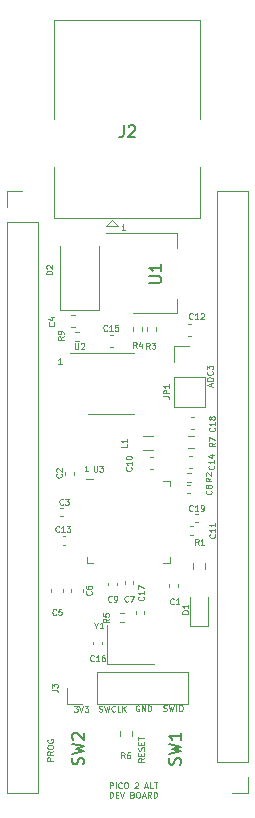
<source format=gbr>
%TF.GenerationSoftware,KiCad,Pcbnew,(6.0.11)*%
%TF.CreationDate,2024-08-10T21:43:47-05:00*%
%TF.ProjectId,PicoAlt,5069636f-416c-4742-9e6b-696361645f70,rev?*%
%TF.SameCoordinates,Original*%
%TF.FileFunction,Legend,Top*%
%TF.FilePolarity,Positive*%
%FSLAX46Y46*%
G04 Gerber Fmt 4.6, Leading zero omitted, Abs format (unit mm)*
G04 Created by KiCad (PCBNEW (6.0.11)) date 2024-08-10 21:43:47*
%MOMM*%
%LPD*%
G01*
G04 APERTURE LIST*
%ADD10C,0.125000*%
%ADD11C,0.150000*%
%ADD12C,0.100000*%
%ADD13C,0.120000*%
G04 APERTURE END LIST*
D10*
X149559047Y-120970000D02*
X149511428Y-120946190D01*
X149440000Y-120946190D01*
X149368571Y-120970000D01*
X149320952Y-121017619D01*
X149297142Y-121065238D01*
X149273333Y-121160476D01*
X149273333Y-121231904D01*
X149297142Y-121327142D01*
X149320952Y-121374761D01*
X149368571Y-121422380D01*
X149440000Y-121446190D01*
X149487619Y-121446190D01*
X149559047Y-121422380D01*
X149582857Y-121398571D01*
X149582857Y-121231904D01*
X149487619Y-121231904D01*
X149797142Y-121446190D02*
X149797142Y-120946190D01*
X150082857Y-121446190D01*
X150082857Y-120946190D01*
X150320952Y-121446190D02*
X150320952Y-120946190D01*
X150440000Y-120946190D01*
X150511428Y-120970000D01*
X150559047Y-121017619D01*
X150582857Y-121065238D01*
X150606666Y-121160476D01*
X150606666Y-121231904D01*
X150582857Y-121327142D01*
X150559047Y-121374761D01*
X150511428Y-121422380D01*
X150440000Y-121446190D01*
X150320952Y-121446190D01*
X151630476Y-121392380D02*
X151701904Y-121416190D01*
X151820952Y-121416190D01*
X151868571Y-121392380D01*
X151892380Y-121368571D01*
X151916190Y-121320952D01*
X151916190Y-121273333D01*
X151892380Y-121225714D01*
X151868571Y-121201904D01*
X151820952Y-121178095D01*
X151725714Y-121154285D01*
X151678095Y-121130476D01*
X151654285Y-121106666D01*
X151630476Y-121059047D01*
X151630476Y-121011428D01*
X151654285Y-120963809D01*
X151678095Y-120940000D01*
X151725714Y-120916190D01*
X151844761Y-120916190D01*
X151916190Y-120940000D01*
X152082857Y-120916190D02*
X152201904Y-121416190D01*
X152297142Y-121059047D01*
X152392380Y-121416190D01*
X152511428Y-120916190D01*
X152701904Y-121416190D02*
X152701904Y-120916190D01*
X153035238Y-120916190D02*
X153130476Y-120916190D01*
X153178095Y-120940000D01*
X153225714Y-120987619D01*
X153249523Y-121082857D01*
X153249523Y-121249523D01*
X153225714Y-121344761D01*
X153178095Y-121392380D01*
X153130476Y-121416190D01*
X153035238Y-121416190D01*
X152987619Y-121392380D01*
X152940000Y-121344761D01*
X152916190Y-121249523D01*
X152916190Y-121082857D01*
X152940000Y-120987619D01*
X152987619Y-120940000D01*
X153035238Y-120916190D01*
X143022857Y-92026190D02*
X142737142Y-92026190D01*
X142880000Y-92026190D02*
X142880000Y-91526190D01*
X142832380Y-91597619D01*
X142784761Y-91645238D01*
X142737142Y-91669047D01*
X145242857Y-101136190D02*
X144957142Y-101136190D01*
X145100000Y-101136190D02*
X145100000Y-100636190D01*
X145052380Y-100707619D01*
X145004761Y-100755238D01*
X144957142Y-100779047D01*
X144050952Y-120996190D02*
X144360476Y-120996190D01*
X144193809Y-121186666D01*
X144265238Y-121186666D01*
X144312857Y-121210476D01*
X144336666Y-121234285D01*
X144360476Y-121281904D01*
X144360476Y-121400952D01*
X144336666Y-121448571D01*
X144312857Y-121472380D01*
X144265238Y-121496190D01*
X144122380Y-121496190D01*
X144074761Y-121472380D01*
X144050952Y-121448571D01*
X144503333Y-120996190D02*
X144670000Y-121496190D01*
X144836666Y-120996190D01*
X144955714Y-120996190D02*
X145265238Y-120996190D01*
X145098571Y-121186666D01*
X145170000Y-121186666D01*
X145217619Y-121210476D01*
X145241428Y-121234285D01*
X145265238Y-121281904D01*
X145265238Y-121400952D01*
X145241428Y-121448571D01*
X145217619Y-121472380D01*
X145170000Y-121496190D01*
X145027142Y-121496190D01*
X144979523Y-121472380D01*
X144955714Y-121448571D01*
X150006190Y-125416190D02*
X149768095Y-125582857D01*
X150006190Y-125701904D02*
X149506190Y-125701904D01*
X149506190Y-125511428D01*
X149530000Y-125463809D01*
X149553809Y-125440000D01*
X149601428Y-125416190D01*
X149672857Y-125416190D01*
X149720476Y-125440000D01*
X149744285Y-125463809D01*
X149768095Y-125511428D01*
X149768095Y-125701904D01*
X149744285Y-125201904D02*
X149744285Y-125035238D01*
X150006190Y-124963809D02*
X150006190Y-125201904D01*
X149506190Y-125201904D01*
X149506190Y-124963809D01*
X149982380Y-124773333D02*
X150006190Y-124701904D01*
X150006190Y-124582857D01*
X149982380Y-124535238D01*
X149958571Y-124511428D01*
X149910952Y-124487619D01*
X149863333Y-124487619D01*
X149815714Y-124511428D01*
X149791904Y-124535238D01*
X149768095Y-124582857D01*
X149744285Y-124678095D01*
X149720476Y-124725714D01*
X149696666Y-124749523D01*
X149649047Y-124773333D01*
X149601428Y-124773333D01*
X149553809Y-124749523D01*
X149530000Y-124725714D01*
X149506190Y-124678095D01*
X149506190Y-124559047D01*
X149530000Y-124487619D01*
X149744285Y-124273333D02*
X149744285Y-124106666D01*
X150006190Y-124035238D02*
X150006190Y-124273333D01*
X149506190Y-124273333D01*
X149506190Y-124035238D01*
X149506190Y-123892380D02*
X149506190Y-123606666D01*
X150006190Y-123749523D02*
X149506190Y-123749523D01*
X142306190Y-125622857D02*
X141806190Y-125622857D01*
X141806190Y-125432380D01*
X141830000Y-125384761D01*
X141853809Y-125360952D01*
X141901428Y-125337142D01*
X141972857Y-125337142D01*
X142020476Y-125360952D01*
X142044285Y-125384761D01*
X142068095Y-125432380D01*
X142068095Y-125622857D01*
X142306190Y-124837142D02*
X142068095Y-125003809D01*
X142306190Y-125122857D02*
X141806190Y-125122857D01*
X141806190Y-124932380D01*
X141830000Y-124884761D01*
X141853809Y-124860952D01*
X141901428Y-124837142D01*
X141972857Y-124837142D01*
X142020476Y-124860952D01*
X142044285Y-124884761D01*
X142068095Y-124932380D01*
X142068095Y-125122857D01*
X141806190Y-124527619D02*
X141806190Y-124432380D01*
X141830000Y-124384761D01*
X141877619Y-124337142D01*
X141972857Y-124313333D01*
X142139523Y-124313333D01*
X142234761Y-124337142D01*
X142282380Y-124384761D01*
X142306190Y-124432380D01*
X142306190Y-124527619D01*
X142282380Y-124575238D01*
X142234761Y-124622857D01*
X142139523Y-124646666D01*
X141972857Y-124646666D01*
X141877619Y-124622857D01*
X141830000Y-124575238D01*
X141806190Y-124527619D01*
X141830000Y-123837142D02*
X141806190Y-123884761D01*
X141806190Y-123956190D01*
X141830000Y-124027619D01*
X141877619Y-124075238D01*
X141925238Y-124099047D01*
X142020476Y-124122857D01*
X142091904Y-124122857D01*
X142187142Y-124099047D01*
X142234761Y-124075238D01*
X142282380Y-124027619D01*
X142306190Y-123956190D01*
X142306190Y-123908571D01*
X142282380Y-123837142D01*
X142258571Y-123813333D01*
X142091904Y-123813333D01*
X142091904Y-123908571D01*
X146179047Y-121452380D02*
X146250476Y-121476190D01*
X146369523Y-121476190D01*
X146417142Y-121452380D01*
X146440952Y-121428571D01*
X146464761Y-121380952D01*
X146464761Y-121333333D01*
X146440952Y-121285714D01*
X146417142Y-121261904D01*
X146369523Y-121238095D01*
X146274285Y-121214285D01*
X146226666Y-121190476D01*
X146202857Y-121166666D01*
X146179047Y-121119047D01*
X146179047Y-121071428D01*
X146202857Y-121023809D01*
X146226666Y-121000000D01*
X146274285Y-120976190D01*
X146393333Y-120976190D01*
X146464761Y-121000000D01*
X146631428Y-120976190D02*
X146750476Y-121476190D01*
X146845714Y-121119047D01*
X146940952Y-121476190D01*
X147060000Y-120976190D01*
X147536190Y-121428571D02*
X147512380Y-121452380D01*
X147440952Y-121476190D01*
X147393333Y-121476190D01*
X147321904Y-121452380D01*
X147274285Y-121404761D01*
X147250476Y-121357142D01*
X147226666Y-121261904D01*
X147226666Y-121190476D01*
X147250476Y-121095238D01*
X147274285Y-121047619D01*
X147321904Y-121000000D01*
X147393333Y-120976190D01*
X147440952Y-120976190D01*
X147512380Y-121000000D01*
X147536190Y-121023809D01*
X147988571Y-121476190D02*
X147750476Y-121476190D01*
X147750476Y-120976190D01*
X148155238Y-121476190D02*
X148155238Y-120976190D01*
X148440952Y-121476190D02*
X148226666Y-121190476D01*
X148440952Y-120976190D02*
X148155238Y-121261904D01*
X148382857Y-80706190D02*
X148097142Y-80706190D01*
X148240000Y-80706190D02*
X148240000Y-80206190D01*
X148192380Y-80277619D01*
X148144761Y-80325238D01*
X148097142Y-80349047D01*
X147081904Y-127963690D02*
X147081904Y-127463690D01*
X147272380Y-127463690D01*
X147320000Y-127487500D01*
X147343809Y-127511309D01*
X147367619Y-127558928D01*
X147367619Y-127630357D01*
X147343809Y-127677976D01*
X147320000Y-127701785D01*
X147272380Y-127725595D01*
X147081904Y-127725595D01*
X147581904Y-127963690D02*
X147581904Y-127463690D01*
X148105714Y-127916071D02*
X148081904Y-127939880D01*
X148010476Y-127963690D01*
X147962857Y-127963690D01*
X147891428Y-127939880D01*
X147843809Y-127892261D01*
X147820000Y-127844642D01*
X147796190Y-127749404D01*
X147796190Y-127677976D01*
X147820000Y-127582738D01*
X147843809Y-127535119D01*
X147891428Y-127487500D01*
X147962857Y-127463690D01*
X148010476Y-127463690D01*
X148081904Y-127487500D01*
X148105714Y-127511309D01*
X148415238Y-127463690D02*
X148510476Y-127463690D01*
X148558095Y-127487500D01*
X148605714Y-127535119D01*
X148629523Y-127630357D01*
X148629523Y-127797023D01*
X148605714Y-127892261D01*
X148558095Y-127939880D01*
X148510476Y-127963690D01*
X148415238Y-127963690D01*
X148367619Y-127939880D01*
X148320000Y-127892261D01*
X148296190Y-127797023D01*
X148296190Y-127630357D01*
X148320000Y-127535119D01*
X148367619Y-127487500D01*
X148415238Y-127463690D01*
X149200952Y-127511309D02*
X149224761Y-127487500D01*
X149272380Y-127463690D01*
X149391428Y-127463690D01*
X149439047Y-127487500D01*
X149462857Y-127511309D01*
X149486666Y-127558928D01*
X149486666Y-127606547D01*
X149462857Y-127677976D01*
X149177142Y-127963690D01*
X149486666Y-127963690D01*
X150058095Y-127820833D02*
X150296190Y-127820833D01*
X150010476Y-127963690D02*
X150177142Y-127463690D01*
X150343809Y-127963690D01*
X150748571Y-127963690D02*
X150510476Y-127963690D01*
X150510476Y-127463690D01*
X150843809Y-127463690D02*
X151129523Y-127463690D01*
X150986666Y-127963690D02*
X150986666Y-127463690D01*
X147081904Y-128768690D02*
X147081904Y-128268690D01*
X147200952Y-128268690D01*
X147272380Y-128292500D01*
X147320000Y-128340119D01*
X147343809Y-128387738D01*
X147367619Y-128482976D01*
X147367619Y-128554404D01*
X147343809Y-128649642D01*
X147320000Y-128697261D01*
X147272380Y-128744880D01*
X147200952Y-128768690D01*
X147081904Y-128768690D01*
X147581904Y-128506785D02*
X147748571Y-128506785D01*
X147820000Y-128768690D02*
X147581904Y-128768690D01*
X147581904Y-128268690D01*
X147820000Y-128268690D01*
X147962857Y-128268690D02*
X148129523Y-128768690D01*
X148296190Y-128268690D01*
X149010476Y-128506785D02*
X149081904Y-128530595D01*
X149105714Y-128554404D01*
X149129523Y-128602023D01*
X149129523Y-128673452D01*
X149105714Y-128721071D01*
X149081904Y-128744880D01*
X149034285Y-128768690D01*
X148843809Y-128768690D01*
X148843809Y-128268690D01*
X149010476Y-128268690D01*
X149058095Y-128292500D01*
X149081904Y-128316309D01*
X149105714Y-128363928D01*
X149105714Y-128411547D01*
X149081904Y-128459166D01*
X149058095Y-128482976D01*
X149010476Y-128506785D01*
X148843809Y-128506785D01*
X149439047Y-128268690D02*
X149534285Y-128268690D01*
X149581904Y-128292500D01*
X149629523Y-128340119D01*
X149653333Y-128435357D01*
X149653333Y-128602023D01*
X149629523Y-128697261D01*
X149581904Y-128744880D01*
X149534285Y-128768690D01*
X149439047Y-128768690D01*
X149391428Y-128744880D01*
X149343809Y-128697261D01*
X149320000Y-128602023D01*
X149320000Y-128435357D01*
X149343809Y-128340119D01*
X149391428Y-128292500D01*
X149439047Y-128268690D01*
X149843809Y-128625833D02*
X150081904Y-128625833D01*
X149796190Y-128768690D02*
X149962857Y-128268690D01*
X150129523Y-128768690D01*
X150581904Y-128768690D02*
X150415238Y-128530595D01*
X150296190Y-128768690D02*
X150296190Y-128268690D01*
X150486666Y-128268690D01*
X150534285Y-128292500D01*
X150558095Y-128316309D01*
X150581904Y-128363928D01*
X150581904Y-128435357D01*
X150558095Y-128482976D01*
X150534285Y-128506785D01*
X150486666Y-128530595D01*
X150296190Y-128530595D01*
X150796190Y-128768690D02*
X150796190Y-128268690D01*
X150915238Y-128268690D01*
X150986666Y-128292500D01*
X151034285Y-128340119D01*
X151058095Y-128387738D01*
X151081904Y-128482976D01*
X151081904Y-128554404D01*
X151058095Y-128649642D01*
X151034285Y-128697261D01*
X150986666Y-128744880D01*
X150915238Y-128768690D01*
X150796190Y-128768690D01*
X155673333Y-93907142D02*
X155673333Y-93669047D01*
X155816190Y-93954761D02*
X155316190Y-93788095D01*
X155816190Y-93621428D01*
X155816190Y-93454761D02*
X155316190Y-93454761D01*
X155316190Y-93335714D01*
X155340000Y-93264285D01*
X155387619Y-93216666D01*
X155435238Y-93192857D01*
X155530476Y-93169047D01*
X155601904Y-93169047D01*
X155697142Y-93192857D01*
X155744761Y-93216666D01*
X155792380Y-93264285D01*
X155816190Y-93335714D01*
X155816190Y-93454761D01*
X155768571Y-92669047D02*
X155792380Y-92692857D01*
X155816190Y-92764285D01*
X155816190Y-92811904D01*
X155792380Y-92883333D01*
X155744761Y-92930952D01*
X155697142Y-92954761D01*
X155601904Y-92978571D01*
X155530476Y-92978571D01*
X155435238Y-92954761D01*
X155387619Y-92930952D01*
X155340000Y-92883333D01*
X155316190Y-92811904D01*
X155316190Y-92764285D01*
X155340000Y-92692857D01*
X155363809Y-92669047D01*
X155316190Y-92502380D02*
X155316190Y-92192857D01*
X155506666Y-92359523D01*
X155506666Y-92288095D01*
X155530476Y-92240476D01*
X155554285Y-92216666D01*
X155601904Y-92192857D01*
X155720952Y-92192857D01*
X155768571Y-92216666D01*
X155792380Y-92240476D01*
X155816190Y-92288095D01*
X155816190Y-92430952D01*
X155792380Y-92478571D01*
X155768571Y-92502380D01*
%TO.C,Y1*%
X145941904Y-114198095D02*
X145941904Y-114436190D01*
X145775238Y-113936190D02*
X145941904Y-114198095D01*
X146108571Y-113936190D01*
X146537142Y-114436190D02*
X146251428Y-114436190D01*
X146394285Y-114436190D02*
X146394285Y-113936190D01*
X146346666Y-114007619D01*
X146299047Y-114055238D01*
X146251428Y-114079047D01*
%TO.C,C13*%
X142798571Y-106218571D02*
X142774761Y-106242380D01*
X142703333Y-106266190D01*
X142655714Y-106266190D01*
X142584285Y-106242380D01*
X142536666Y-106194761D01*
X142512857Y-106147142D01*
X142489047Y-106051904D01*
X142489047Y-105980476D01*
X142512857Y-105885238D01*
X142536666Y-105837619D01*
X142584285Y-105790000D01*
X142655714Y-105766190D01*
X142703333Y-105766190D01*
X142774761Y-105790000D01*
X142798571Y-105813809D01*
X143274761Y-106266190D02*
X142989047Y-106266190D01*
X143131904Y-106266190D02*
X143131904Y-105766190D01*
X143084285Y-105837619D01*
X143036666Y-105885238D01*
X142989047Y-105909047D01*
X143441428Y-105766190D02*
X143750952Y-105766190D01*
X143584285Y-105956666D01*
X143655714Y-105956666D01*
X143703333Y-105980476D01*
X143727142Y-106004285D01*
X143750952Y-106051904D01*
X143750952Y-106170952D01*
X143727142Y-106218571D01*
X143703333Y-106242380D01*
X143655714Y-106266190D01*
X143512857Y-106266190D01*
X143465238Y-106242380D01*
X143441428Y-106218571D01*
D11*
%TO.C,J2*%
X148256666Y-71842380D02*
X148256666Y-72556666D01*
X148209047Y-72699523D01*
X148113809Y-72794761D01*
X147970952Y-72842380D01*
X147875714Y-72842380D01*
X148685238Y-71937619D02*
X148732857Y-71890000D01*
X148828095Y-71842380D01*
X149066190Y-71842380D01*
X149161428Y-71890000D01*
X149209047Y-71937619D01*
X149256666Y-72032857D01*
X149256666Y-72128095D01*
X149209047Y-72270952D01*
X148637619Y-72842380D01*
X149256666Y-72842380D01*
D12*
%TO.C,R9*%
X143176190Y-89713333D02*
X142938095Y-89880000D01*
X143176190Y-89999047D02*
X142676190Y-89999047D01*
X142676190Y-89808571D01*
X142700000Y-89760952D01*
X142723809Y-89737142D01*
X142771428Y-89713333D01*
X142842857Y-89713333D01*
X142890476Y-89737142D01*
X142914285Y-89760952D01*
X142938095Y-89808571D01*
X142938095Y-89999047D01*
X143176190Y-89475238D02*
X143176190Y-89380000D01*
X143152380Y-89332380D01*
X143128571Y-89308571D01*
X143057142Y-89260952D01*
X142961904Y-89237142D01*
X142771428Y-89237142D01*
X142723809Y-89260952D01*
X142700000Y-89284761D01*
X142676190Y-89332380D01*
X142676190Y-89427619D01*
X142700000Y-89475238D01*
X142723809Y-89499047D01*
X142771428Y-89522857D01*
X142890476Y-89522857D01*
X142938095Y-89499047D01*
X142961904Y-89475238D01*
X142985714Y-89427619D01*
X142985714Y-89332380D01*
X142961904Y-89284761D01*
X142938095Y-89260952D01*
X142890476Y-89237142D01*
D10*
%TO.C,C12*%
X154108571Y-88178571D02*
X154084761Y-88202380D01*
X154013333Y-88226190D01*
X153965714Y-88226190D01*
X153894285Y-88202380D01*
X153846666Y-88154761D01*
X153822857Y-88107142D01*
X153799047Y-88011904D01*
X153799047Y-87940476D01*
X153822857Y-87845238D01*
X153846666Y-87797619D01*
X153894285Y-87750000D01*
X153965714Y-87726190D01*
X154013333Y-87726190D01*
X154084761Y-87750000D01*
X154108571Y-87773809D01*
X154584761Y-88226190D02*
X154299047Y-88226190D01*
X154441904Y-88226190D02*
X154441904Y-87726190D01*
X154394285Y-87797619D01*
X154346666Y-87845238D01*
X154299047Y-87869047D01*
X154775238Y-87773809D02*
X154799047Y-87750000D01*
X154846666Y-87726190D01*
X154965714Y-87726190D01*
X155013333Y-87750000D01*
X155037142Y-87773809D01*
X155060952Y-87821428D01*
X155060952Y-87869047D01*
X155037142Y-87940476D01*
X154751428Y-88226190D01*
X155060952Y-88226190D01*
%TO.C,R1*%
X154606666Y-107346190D02*
X154440000Y-107108095D01*
X154320952Y-107346190D02*
X154320952Y-106846190D01*
X154511428Y-106846190D01*
X154559047Y-106870000D01*
X154582857Y-106893809D01*
X154606666Y-106941428D01*
X154606666Y-107012857D01*
X154582857Y-107060476D01*
X154559047Y-107084285D01*
X154511428Y-107108095D01*
X154320952Y-107108095D01*
X155082857Y-107346190D02*
X154797142Y-107346190D01*
X154940000Y-107346190D02*
X154940000Y-106846190D01*
X154892380Y-106917619D01*
X154844761Y-106965238D01*
X154797142Y-106989047D01*
D12*
%TO.C,R3*%
X150476666Y-90736190D02*
X150310000Y-90498095D01*
X150190952Y-90736190D02*
X150190952Y-90236190D01*
X150381428Y-90236190D01*
X150429047Y-90260000D01*
X150452857Y-90283809D01*
X150476666Y-90331428D01*
X150476666Y-90402857D01*
X150452857Y-90450476D01*
X150429047Y-90474285D01*
X150381428Y-90498095D01*
X150190952Y-90498095D01*
X150643333Y-90236190D02*
X150952857Y-90236190D01*
X150786190Y-90426666D01*
X150857619Y-90426666D01*
X150905238Y-90450476D01*
X150929047Y-90474285D01*
X150952857Y-90521904D01*
X150952857Y-90640952D01*
X150929047Y-90688571D01*
X150905238Y-90712380D01*
X150857619Y-90736190D01*
X150714761Y-90736190D01*
X150667142Y-90712380D01*
X150643333Y-90688571D01*
D10*
%TO.C,C1*%
X152496666Y-112348571D02*
X152472857Y-112372380D01*
X152401428Y-112396190D01*
X152353809Y-112396190D01*
X152282380Y-112372380D01*
X152234761Y-112324761D01*
X152210952Y-112277142D01*
X152187142Y-112181904D01*
X152187142Y-112110476D01*
X152210952Y-112015238D01*
X152234761Y-111967619D01*
X152282380Y-111920000D01*
X152353809Y-111896190D01*
X152401428Y-111896190D01*
X152472857Y-111920000D01*
X152496666Y-111943809D01*
X152972857Y-112396190D02*
X152687142Y-112396190D01*
X152830000Y-112396190D02*
X152830000Y-111896190D01*
X152782380Y-111967619D01*
X152734761Y-112015238D01*
X152687142Y-112039047D01*
%TO.C,C10*%
X148900571Y-100791428D02*
X148924380Y-100815238D01*
X148948190Y-100886666D01*
X148948190Y-100934285D01*
X148924380Y-101005714D01*
X148876761Y-101053333D01*
X148829142Y-101077142D01*
X148733904Y-101100952D01*
X148662476Y-101100952D01*
X148567238Y-101077142D01*
X148519619Y-101053333D01*
X148472000Y-101005714D01*
X148448190Y-100934285D01*
X148448190Y-100886666D01*
X148472000Y-100815238D01*
X148495809Y-100791428D01*
X148948190Y-100315238D02*
X148948190Y-100600952D01*
X148948190Y-100458095D02*
X148448190Y-100458095D01*
X148519619Y-100505714D01*
X148567238Y-100553333D01*
X148591047Y-100600952D01*
X148448190Y-100005714D02*
X148448190Y-99958095D01*
X148472000Y-99910476D01*
X148495809Y-99886666D01*
X148543428Y-99862857D01*
X148638666Y-99839047D01*
X148757714Y-99839047D01*
X148852952Y-99862857D01*
X148900571Y-99886666D01*
X148924380Y-99910476D01*
X148948190Y-99958095D01*
X148948190Y-100005714D01*
X148924380Y-100053333D01*
X148900571Y-100077142D01*
X148852952Y-100100952D01*
X148757714Y-100124761D01*
X148638666Y-100124761D01*
X148543428Y-100100952D01*
X148495809Y-100077142D01*
X148472000Y-100053333D01*
X148448190Y-100005714D01*
D12*
%TO.C,U3*%
X145739047Y-100666190D02*
X145739047Y-101070952D01*
X145762857Y-101118571D01*
X145786666Y-101142380D01*
X145834285Y-101166190D01*
X145929523Y-101166190D01*
X145977142Y-101142380D01*
X146000952Y-101118571D01*
X146024761Y-101070952D01*
X146024761Y-100666190D01*
X146215238Y-100666190D02*
X146524761Y-100666190D01*
X146358095Y-100856666D01*
X146429523Y-100856666D01*
X146477142Y-100880476D01*
X146500952Y-100904285D01*
X146524761Y-100951904D01*
X146524761Y-101070952D01*
X146500952Y-101118571D01*
X146477142Y-101142380D01*
X146429523Y-101166190D01*
X146286666Y-101166190D01*
X146239047Y-101142380D01*
X146215238Y-101118571D01*
%TO.C,R6*%
X148336666Y-125426190D02*
X148170000Y-125188095D01*
X148050952Y-125426190D02*
X148050952Y-124926190D01*
X148241428Y-124926190D01*
X148289047Y-124950000D01*
X148312857Y-124973809D01*
X148336666Y-125021428D01*
X148336666Y-125092857D01*
X148312857Y-125140476D01*
X148289047Y-125164285D01*
X148241428Y-125188095D01*
X148050952Y-125188095D01*
X148765238Y-124926190D02*
X148670000Y-124926190D01*
X148622380Y-124950000D01*
X148598571Y-124973809D01*
X148550952Y-125045238D01*
X148527142Y-125140476D01*
X148527142Y-125330952D01*
X148550952Y-125378571D01*
X148574761Y-125402380D01*
X148622380Y-125426190D01*
X148717619Y-125426190D01*
X148765238Y-125402380D01*
X148789047Y-125378571D01*
X148812857Y-125330952D01*
X148812857Y-125211904D01*
X148789047Y-125164285D01*
X148765238Y-125140476D01*
X148717619Y-125116666D01*
X148622380Y-125116666D01*
X148574761Y-125140476D01*
X148550952Y-125164285D01*
X148527142Y-125211904D01*
D11*
%TO.C,U1*%
X150432380Y-85171904D02*
X151241904Y-85171904D01*
X151337142Y-85124285D01*
X151384761Y-85076666D01*
X151432380Y-84981428D01*
X151432380Y-84790952D01*
X151384761Y-84695714D01*
X151337142Y-84648095D01*
X151241904Y-84600476D01*
X150432380Y-84600476D01*
X151432380Y-83600476D02*
X151432380Y-84171904D01*
X151432380Y-83886190D02*
X150432380Y-83886190D01*
X150575238Y-83981428D01*
X150670476Y-84076666D01*
X150718095Y-84171904D01*
D10*
%TO.C,J3*%
X142166190Y-119626666D02*
X142523333Y-119626666D01*
X142594761Y-119650476D01*
X142642380Y-119698095D01*
X142666190Y-119769523D01*
X142666190Y-119817142D01*
X142166190Y-119436190D02*
X142166190Y-119126666D01*
X142356666Y-119293333D01*
X142356666Y-119221904D01*
X142380476Y-119174285D01*
X142404285Y-119150476D01*
X142451904Y-119126666D01*
X142570952Y-119126666D01*
X142618571Y-119150476D01*
X142642380Y-119174285D01*
X142666190Y-119221904D01*
X142666190Y-119364761D01*
X142642380Y-119412380D01*
X142618571Y-119436190D01*
%TO.C,C4*%
X142358571Y-88523333D02*
X142382380Y-88547142D01*
X142406190Y-88618571D01*
X142406190Y-88666190D01*
X142382380Y-88737619D01*
X142334761Y-88785238D01*
X142287142Y-88809047D01*
X142191904Y-88832857D01*
X142120476Y-88832857D01*
X142025238Y-88809047D01*
X141977619Y-88785238D01*
X141930000Y-88737619D01*
X141906190Y-88666190D01*
X141906190Y-88618571D01*
X141930000Y-88547142D01*
X141953809Y-88523333D01*
X142072857Y-88094761D02*
X142406190Y-88094761D01*
X141882380Y-88213809D02*
X142239523Y-88332857D01*
X142239523Y-88023333D01*
D12*
%TO.C,C19*%
X154108571Y-104438571D02*
X154084761Y-104462380D01*
X154013333Y-104486190D01*
X153965714Y-104486190D01*
X153894285Y-104462380D01*
X153846666Y-104414761D01*
X153822857Y-104367142D01*
X153799047Y-104271904D01*
X153799047Y-104200476D01*
X153822857Y-104105238D01*
X153846666Y-104057619D01*
X153894285Y-104010000D01*
X153965714Y-103986190D01*
X154013333Y-103986190D01*
X154084761Y-104010000D01*
X154108571Y-104033809D01*
X154584761Y-104486190D02*
X154299047Y-104486190D01*
X154441904Y-104486190D02*
X154441904Y-103986190D01*
X154394285Y-104057619D01*
X154346666Y-104105238D01*
X154299047Y-104129047D01*
X154822857Y-104486190D02*
X154918095Y-104486190D01*
X154965714Y-104462380D01*
X154989523Y-104438571D01*
X155037142Y-104367142D01*
X155060952Y-104271904D01*
X155060952Y-104081428D01*
X155037142Y-104033809D01*
X155013333Y-104010000D01*
X154965714Y-103986190D01*
X154870476Y-103986190D01*
X154822857Y-104010000D01*
X154799047Y-104033809D01*
X154775238Y-104081428D01*
X154775238Y-104200476D01*
X154799047Y-104248095D01*
X154822857Y-104271904D01*
X154870476Y-104295714D01*
X154965714Y-104295714D01*
X155013333Y-104271904D01*
X155037142Y-104248095D01*
X155060952Y-104200476D01*
%TO.C,L1*%
X148534190Y-98813333D02*
X148534190Y-99051428D01*
X148034190Y-99051428D01*
X148534190Y-98384761D02*
X148534190Y-98670476D01*
X148534190Y-98527619D02*
X148034190Y-98527619D01*
X148105619Y-98575238D01*
X148153238Y-98622857D01*
X148177047Y-98670476D01*
D10*
%TO.C,D2*%
X142226190Y-84439047D02*
X141726190Y-84439047D01*
X141726190Y-84320000D01*
X141750000Y-84248571D01*
X141797619Y-84200952D01*
X141845238Y-84177142D01*
X141940476Y-84153333D01*
X142011904Y-84153333D01*
X142107142Y-84177142D01*
X142154761Y-84200952D01*
X142202380Y-84248571D01*
X142226190Y-84320000D01*
X142226190Y-84439047D01*
X141773809Y-83962857D02*
X141750000Y-83939047D01*
X141726190Y-83891428D01*
X141726190Y-83772380D01*
X141750000Y-83724761D01*
X141773809Y-83700952D01*
X141821428Y-83677142D01*
X141869047Y-83677142D01*
X141940476Y-83700952D01*
X142226190Y-83986666D01*
X142226190Y-83677142D01*
%TO.C,R7*%
X155986190Y-98723333D02*
X155748095Y-98890000D01*
X155986190Y-99009047D02*
X155486190Y-99009047D01*
X155486190Y-98818571D01*
X155510000Y-98770952D01*
X155533809Y-98747142D01*
X155581428Y-98723333D01*
X155652857Y-98723333D01*
X155700476Y-98747142D01*
X155724285Y-98770952D01*
X155748095Y-98818571D01*
X155748095Y-99009047D01*
X155486190Y-98556666D02*
X155486190Y-98223333D01*
X155986190Y-98437619D01*
D12*
%TO.C,R5*%
X147026190Y-113613333D02*
X146788095Y-113780000D01*
X147026190Y-113899047D02*
X146526190Y-113899047D01*
X146526190Y-113708571D01*
X146550000Y-113660952D01*
X146573809Y-113637142D01*
X146621428Y-113613333D01*
X146692857Y-113613333D01*
X146740476Y-113637142D01*
X146764285Y-113660952D01*
X146788095Y-113708571D01*
X146788095Y-113899047D01*
X146526190Y-113160952D02*
X146526190Y-113399047D01*
X146764285Y-113422857D01*
X146740476Y-113399047D01*
X146716666Y-113351428D01*
X146716666Y-113232380D01*
X146740476Y-113184761D01*
X146764285Y-113160952D01*
X146811904Y-113137142D01*
X146930952Y-113137142D01*
X146978571Y-113160952D01*
X147002380Y-113184761D01*
X147026190Y-113232380D01*
X147026190Y-113351428D01*
X147002380Y-113399047D01*
X146978571Y-113422857D01*
D11*
%TO.C,SW1*%
X153044761Y-125953333D02*
X153092380Y-125810476D01*
X153092380Y-125572380D01*
X153044761Y-125477142D01*
X152997142Y-125429523D01*
X152901904Y-125381904D01*
X152806666Y-125381904D01*
X152711428Y-125429523D01*
X152663809Y-125477142D01*
X152616190Y-125572380D01*
X152568571Y-125762857D01*
X152520952Y-125858095D01*
X152473333Y-125905714D01*
X152378095Y-125953333D01*
X152282857Y-125953333D01*
X152187619Y-125905714D01*
X152140000Y-125858095D01*
X152092380Y-125762857D01*
X152092380Y-125524761D01*
X152140000Y-125381904D01*
X152092380Y-125048571D02*
X153092380Y-124810476D01*
X152378095Y-124620000D01*
X153092380Y-124429523D01*
X152092380Y-124191428D01*
X153092380Y-123286666D02*
X153092380Y-123858095D01*
X153092380Y-123572380D02*
X152092380Y-123572380D01*
X152235238Y-123667619D01*
X152330476Y-123762857D01*
X152378095Y-123858095D01*
D10*
%TO.C,D1*%
X153736190Y-113169047D02*
X153236190Y-113169047D01*
X153236190Y-113050000D01*
X153260000Y-112978571D01*
X153307619Y-112930952D01*
X153355238Y-112907142D01*
X153450476Y-112883333D01*
X153521904Y-112883333D01*
X153617142Y-112907142D01*
X153664761Y-112930952D01*
X153712380Y-112978571D01*
X153736190Y-113050000D01*
X153736190Y-113169047D01*
X153736190Y-112407142D02*
X153736190Y-112692857D01*
X153736190Y-112550000D02*
X153236190Y-112550000D01*
X153307619Y-112597619D01*
X153355238Y-112645238D01*
X153379047Y-112692857D01*
%TO.C,C8*%
X155668571Y-102753333D02*
X155692380Y-102777142D01*
X155716190Y-102848571D01*
X155716190Y-102896190D01*
X155692380Y-102967619D01*
X155644761Y-103015238D01*
X155597142Y-103039047D01*
X155501904Y-103062857D01*
X155430476Y-103062857D01*
X155335238Y-103039047D01*
X155287619Y-103015238D01*
X155240000Y-102967619D01*
X155216190Y-102896190D01*
X155216190Y-102848571D01*
X155240000Y-102777142D01*
X155263809Y-102753333D01*
X155430476Y-102467619D02*
X155406666Y-102515238D01*
X155382857Y-102539047D01*
X155335238Y-102562857D01*
X155311428Y-102562857D01*
X155263809Y-102539047D01*
X155240000Y-102515238D01*
X155216190Y-102467619D01*
X155216190Y-102372380D01*
X155240000Y-102324761D01*
X155263809Y-102300952D01*
X155311428Y-102277142D01*
X155335238Y-102277142D01*
X155382857Y-102300952D01*
X155406666Y-102324761D01*
X155430476Y-102372380D01*
X155430476Y-102467619D01*
X155454285Y-102515238D01*
X155478095Y-102539047D01*
X155525714Y-102562857D01*
X155620952Y-102562857D01*
X155668571Y-102539047D01*
X155692380Y-102515238D01*
X155716190Y-102467619D01*
X155716190Y-102372380D01*
X155692380Y-102324761D01*
X155668571Y-102300952D01*
X155620952Y-102277142D01*
X155525714Y-102277142D01*
X155478095Y-102300952D01*
X155454285Y-102324761D01*
X155430476Y-102372380D01*
D12*
%TO.C,C14*%
X155880571Y-100651428D02*
X155904380Y-100675238D01*
X155928190Y-100746666D01*
X155928190Y-100794285D01*
X155904380Y-100865714D01*
X155856761Y-100913333D01*
X155809142Y-100937142D01*
X155713904Y-100960952D01*
X155642476Y-100960952D01*
X155547238Y-100937142D01*
X155499619Y-100913333D01*
X155452000Y-100865714D01*
X155428190Y-100794285D01*
X155428190Y-100746666D01*
X155452000Y-100675238D01*
X155475809Y-100651428D01*
X155928190Y-100175238D02*
X155928190Y-100460952D01*
X155928190Y-100318095D02*
X155428190Y-100318095D01*
X155499619Y-100365714D01*
X155547238Y-100413333D01*
X155571047Y-100460952D01*
X155594857Y-99746666D02*
X155928190Y-99746666D01*
X155404380Y-99865714D02*
X155761523Y-99984761D01*
X155761523Y-99675238D01*
D10*
%TO.C,C15*%
X146848571Y-89188571D02*
X146824761Y-89212380D01*
X146753333Y-89236190D01*
X146705714Y-89236190D01*
X146634285Y-89212380D01*
X146586666Y-89164761D01*
X146562857Y-89117142D01*
X146539047Y-89021904D01*
X146539047Y-88950476D01*
X146562857Y-88855238D01*
X146586666Y-88807619D01*
X146634285Y-88760000D01*
X146705714Y-88736190D01*
X146753333Y-88736190D01*
X146824761Y-88760000D01*
X146848571Y-88783809D01*
X147324761Y-89236190D02*
X147039047Y-89236190D01*
X147181904Y-89236190D02*
X147181904Y-88736190D01*
X147134285Y-88807619D01*
X147086666Y-88855238D01*
X147039047Y-88879047D01*
X147777142Y-88736190D02*
X147539047Y-88736190D01*
X147515238Y-88974285D01*
X147539047Y-88950476D01*
X147586666Y-88926666D01*
X147705714Y-88926666D01*
X147753333Y-88950476D01*
X147777142Y-88974285D01*
X147800952Y-89021904D01*
X147800952Y-89140952D01*
X147777142Y-89188571D01*
X147753333Y-89212380D01*
X147705714Y-89236190D01*
X147586666Y-89236190D01*
X147539047Y-89212380D01*
X147515238Y-89188571D01*
%TO.C,C18*%
X155938571Y-97421428D02*
X155962380Y-97445238D01*
X155986190Y-97516666D01*
X155986190Y-97564285D01*
X155962380Y-97635714D01*
X155914761Y-97683333D01*
X155867142Y-97707142D01*
X155771904Y-97730952D01*
X155700476Y-97730952D01*
X155605238Y-97707142D01*
X155557619Y-97683333D01*
X155510000Y-97635714D01*
X155486190Y-97564285D01*
X155486190Y-97516666D01*
X155510000Y-97445238D01*
X155533809Y-97421428D01*
X155986190Y-96945238D02*
X155986190Y-97230952D01*
X155986190Y-97088095D02*
X155486190Y-97088095D01*
X155557619Y-97135714D01*
X155605238Y-97183333D01*
X155629047Y-97230952D01*
X155700476Y-96659523D02*
X155676666Y-96707142D01*
X155652857Y-96730952D01*
X155605238Y-96754761D01*
X155581428Y-96754761D01*
X155533809Y-96730952D01*
X155510000Y-96707142D01*
X155486190Y-96659523D01*
X155486190Y-96564285D01*
X155510000Y-96516666D01*
X155533809Y-96492857D01*
X155581428Y-96469047D01*
X155605238Y-96469047D01*
X155652857Y-96492857D01*
X155676666Y-96516666D01*
X155700476Y-96564285D01*
X155700476Y-96659523D01*
X155724285Y-96707142D01*
X155748095Y-96730952D01*
X155795714Y-96754761D01*
X155890952Y-96754761D01*
X155938571Y-96730952D01*
X155962380Y-96707142D01*
X155986190Y-96659523D01*
X155986190Y-96564285D01*
X155962380Y-96516666D01*
X155938571Y-96492857D01*
X155890952Y-96469047D01*
X155795714Y-96469047D01*
X155748095Y-96492857D01*
X155724285Y-96516666D01*
X155700476Y-96564285D01*
%TO.C,JP1*%
X151626190Y-94776666D02*
X151983333Y-94776666D01*
X152054761Y-94800476D01*
X152102380Y-94848095D01*
X152126190Y-94919523D01*
X152126190Y-94967142D01*
X152126190Y-94538571D02*
X151626190Y-94538571D01*
X151626190Y-94348095D01*
X151650000Y-94300476D01*
X151673809Y-94276666D01*
X151721428Y-94252857D01*
X151792857Y-94252857D01*
X151840476Y-94276666D01*
X151864285Y-94300476D01*
X151888095Y-94348095D01*
X151888095Y-94538571D01*
X152126190Y-93776666D02*
X152126190Y-94062380D01*
X152126190Y-93919523D02*
X151626190Y-93919523D01*
X151697619Y-93967142D01*
X151745238Y-94014761D01*
X151769047Y-94062380D01*
%TO.C,U2*%
X144139047Y-90266190D02*
X144139047Y-90670952D01*
X144162857Y-90718571D01*
X144186666Y-90742380D01*
X144234285Y-90766190D01*
X144329523Y-90766190D01*
X144377142Y-90742380D01*
X144400952Y-90718571D01*
X144424761Y-90670952D01*
X144424761Y-90266190D01*
X144639047Y-90313809D02*
X144662857Y-90290000D01*
X144710476Y-90266190D01*
X144829523Y-90266190D01*
X144877142Y-90290000D01*
X144900952Y-90313809D01*
X144924761Y-90361428D01*
X144924761Y-90409047D01*
X144900952Y-90480476D01*
X144615238Y-90766190D01*
X144924761Y-90766190D01*
D12*
%TO.C,R4*%
X149356666Y-90676190D02*
X149190000Y-90438095D01*
X149070952Y-90676190D02*
X149070952Y-90176190D01*
X149261428Y-90176190D01*
X149309047Y-90200000D01*
X149332857Y-90223809D01*
X149356666Y-90271428D01*
X149356666Y-90342857D01*
X149332857Y-90390476D01*
X149309047Y-90414285D01*
X149261428Y-90438095D01*
X149070952Y-90438095D01*
X149785238Y-90342857D02*
X149785238Y-90676190D01*
X149666190Y-90152380D02*
X149547142Y-90509523D01*
X149856666Y-90509523D01*
D10*
%TO.C,C16*%
X145728571Y-117148571D02*
X145704761Y-117172380D01*
X145633333Y-117196190D01*
X145585714Y-117196190D01*
X145514285Y-117172380D01*
X145466666Y-117124761D01*
X145442857Y-117077142D01*
X145419047Y-116981904D01*
X145419047Y-116910476D01*
X145442857Y-116815238D01*
X145466666Y-116767619D01*
X145514285Y-116720000D01*
X145585714Y-116696190D01*
X145633333Y-116696190D01*
X145704761Y-116720000D01*
X145728571Y-116743809D01*
X146204761Y-117196190D02*
X145919047Y-117196190D01*
X146061904Y-117196190D02*
X146061904Y-116696190D01*
X146014285Y-116767619D01*
X145966666Y-116815238D01*
X145919047Y-116839047D01*
X146633333Y-116696190D02*
X146538095Y-116696190D01*
X146490476Y-116720000D01*
X146466666Y-116743809D01*
X146419047Y-116815238D01*
X146395238Y-116910476D01*
X146395238Y-117100952D01*
X146419047Y-117148571D01*
X146442857Y-117172380D01*
X146490476Y-117196190D01*
X146585714Y-117196190D01*
X146633333Y-117172380D01*
X146657142Y-117148571D01*
X146680952Y-117100952D01*
X146680952Y-116981904D01*
X146657142Y-116934285D01*
X146633333Y-116910476D01*
X146585714Y-116886666D01*
X146490476Y-116886666D01*
X146442857Y-116910476D01*
X146419047Y-116934285D01*
X146395238Y-116981904D01*
%TO.C,C2*%
X142988571Y-101343333D02*
X143012380Y-101367142D01*
X143036190Y-101438571D01*
X143036190Y-101486190D01*
X143012380Y-101557619D01*
X142964761Y-101605238D01*
X142917142Y-101629047D01*
X142821904Y-101652857D01*
X142750476Y-101652857D01*
X142655238Y-101629047D01*
X142607619Y-101605238D01*
X142560000Y-101557619D01*
X142536190Y-101486190D01*
X142536190Y-101438571D01*
X142560000Y-101367142D01*
X142583809Y-101343333D01*
X142583809Y-101152857D02*
X142560000Y-101129047D01*
X142536190Y-101081428D01*
X142536190Y-100962380D01*
X142560000Y-100914761D01*
X142583809Y-100890952D01*
X142631428Y-100867142D01*
X142679047Y-100867142D01*
X142750476Y-100890952D01*
X143036190Y-101176666D01*
X143036190Y-100867142D01*
D11*
%TO.C,SW2*%
X144854761Y-125943333D02*
X144902380Y-125800476D01*
X144902380Y-125562380D01*
X144854761Y-125467142D01*
X144807142Y-125419523D01*
X144711904Y-125371904D01*
X144616666Y-125371904D01*
X144521428Y-125419523D01*
X144473809Y-125467142D01*
X144426190Y-125562380D01*
X144378571Y-125752857D01*
X144330952Y-125848095D01*
X144283333Y-125895714D01*
X144188095Y-125943333D01*
X144092857Y-125943333D01*
X143997619Y-125895714D01*
X143950000Y-125848095D01*
X143902380Y-125752857D01*
X143902380Y-125514761D01*
X143950000Y-125371904D01*
X143902380Y-125038571D02*
X144902380Y-124800476D01*
X144188095Y-124610000D01*
X144902380Y-124419523D01*
X143902380Y-124181428D01*
X143997619Y-123848095D02*
X143950000Y-123800476D01*
X143902380Y-123705238D01*
X143902380Y-123467142D01*
X143950000Y-123371904D01*
X143997619Y-123324285D01*
X144092857Y-123276666D01*
X144188095Y-123276666D01*
X144330952Y-123324285D01*
X144902380Y-123895714D01*
X144902380Y-123276666D01*
D12*
%TO.C,R2*%
X155696190Y-101693333D02*
X155458095Y-101860000D01*
X155696190Y-101979047D02*
X155196190Y-101979047D01*
X155196190Y-101788571D01*
X155220000Y-101740952D01*
X155243809Y-101717142D01*
X155291428Y-101693333D01*
X155362857Y-101693333D01*
X155410476Y-101717142D01*
X155434285Y-101740952D01*
X155458095Y-101788571D01*
X155458095Y-101979047D01*
X155243809Y-101502857D02*
X155220000Y-101479047D01*
X155196190Y-101431428D01*
X155196190Y-101312380D01*
X155220000Y-101264761D01*
X155243809Y-101240952D01*
X155291428Y-101217142D01*
X155339047Y-101217142D01*
X155410476Y-101240952D01*
X155696190Y-101526666D01*
X155696190Y-101217142D01*
D10*
%TO.C,C3*%
X143136666Y-103918571D02*
X143112857Y-103942380D01*
X143041428Y-103966190D01*
X142993809Y-103966190D01*
X142922380Y-103942380D01*
X142874761Y-103894761D01*
X142850952Y-103847142D01*
X142827142Y-103751904D01*
X142827142Y-103680476D01*
X142850952Y-103585238D01*
X142874761Y-103537619D01*
X142922380Y-103490000D01*
X142993809Y-103466190D01*
X143041428Y-103466190D01*
X143112857Y-103490000D01*
X143136666Y-103513809D01*
X143303333Y-103466190D02*
X143612857Y-103466190D01*
X143446190Y-103656666D01*
X143517619Y-103656666D01*
X143565238Y-103680476D01*
X143589047Y-103704285D01*
X143612857Y-103751904D01*
X143612857Y-103870952D01*
X143589047Y-103918571D01*
X143565238Y-103942380D01*
X143517619Y-103966190D01*
X143374761Y-103966190D01*
X143327142Y-103942380D01*
X143303333Y-103918571D01*
%TO.C,C9*%
X147246666Y-112128571D02*
X147222857Y-112152380D01*
X147151428Y-112176190D01*
X147103809Y-112176190D01*
X147032380Y-112152380D01*
X146984761Y-112104761D01*
X146960952Y-112057142D01*
X146937142Y-111961904D01*
X146937142Y-111890476D01*
X146960952Y-111795238D01*
X146984761Y-111747619D01*
X147032380Y-111700000D01*
X147103809Y-111676190D01*
X147151428Y-111676190D01*
X147222857Y-111700000D01*
X147246666Y-111723809D01*
X147484761Y-112176190D02*
X147580000Y-112176190D01*
X147627619Y-112152380D01*
X147651428Y-112128571D01*
X147699047Y-112057142D01*
X147722857Y-111961904D01*
X147722857Y-111771428D01*
X147699047Y-111723809D01*
X147675238Y-111700000D01*
X147627619Y-111676190D01*
X147532380Y-111676190D01*
X147484761Y-111700000D01*
X147460952Y-111723809D01*
X147437142Y-111771428D01*
X147437142Y-111890476D01*
X147460952Y-111938095D01*
X147484761Y-111961904D01*
X147532380Y-111985714D01*
X147627619Y-111985714D01*
X147675238Y-111961904D01*
X147699047Y-111938095D01*
X147722857Y-111890476D01*
%TO.C,C5*%
X142536666Y-113248571D02*
X142512857Y-113272380D01*
X142441428Y-113296190D01*
X142393809Y-113296190D01*
X142322380Y-113272380D01*
X142274761Y-113224761D01*
X142250952Y-113177142D01*
X142227142Y-113081904D01*
X142227142Y-113010476D01*
X142250952Y-112915238D01*
X142274761Y-112867619D01*
X142322380Y-112820000D01*
X142393809Y-112796190D01*
X142441428Y-112796190D01*
X142512857Y-112820000D01*
X142536666Y-112843809D01*
X142989047Y-112796190D02*
X142750952Y-112796190D01*
X142727142Y-113034285D01*
X142750952Y-113010476D01*
X142798571Y-112986666D01*
X142917619Y-112986666D01*
X142965238Y-113010476D01*
X142989047Y-113034285D01*
X143012857Y-113081904D01*
X143012857Y-113200952D01*
X142989047Y-113248571D01*
X142965238Y-113272380D01*
X142917619Y-113296190D01*
X142798571Y-113296190D01*
X142750952Y-113272380D01*
X142727142Y-113248571D01*
%TO.C,C11*%
X155978571Y-106461428D02*
X156002380Y-106485238D01*
X156026190Y-106556666D01*
X156026190Y-106604285D01*
X156002380Y-106675714D01*
X155954761Y-106723333D01*
X155907142Y-106747142D01*
X155811904Y-106770952D01*
X155740476Y-106770952D01*
X155645238Y-106747142D01*
X155597619Y-106723333D01*
X155550000Y-106675714D01*
X155526190Y-106604285D01*
X155526190Y-106556666D01*
X155550000Y-106485238D01*
X155573809Y-106461428D01*
X156026190Y-105985238D02*
X156026190Y-106270952D01*
X156026190Y-106128095D02*
X155526190Y-106128095D01*
X155597619Y-106175714D01*
X155645238Y-106223333D01*
X155669047Y-106270952D01*
X156026190Y-105509047D02*
X156026190Y-105794761D01*
X156026190Y-105651904D02*
X155526190Y-105651904D01*
X155597619Y-105699523D01*
X155645238Y-105747142D01*
X155669047Y-105794761D01*
%TO.C,C17*%
X149928571Y-111731428D02*
X149952380Y-111755238D01*
X149976190Y-111826666D01*
X149976190Y-111874285D01*
X149952380Y-111945714D01*
X149904761Y-111993333D01*
X149857142Y-112017142D01*
X149761904Y-112040952D01*
X149690476Y-112040952D01*
X149595238Y-112017142D01*
X149547619Y-111993333D01*
X149500000Y-111945714D01*
X149476190Y-111874285D01*
X149476190Y-111826666D01*
X149500000Y-111755238D01*
X149523809Y-111731428D01*
X149976190Y-111255238D02*
X149976190Y-111540952D01*
X149976190Y-111398095D02*
X149476190Y-111398095D01*
X149547619Y-111445714D01*
X149595238Y-111493333D01*
X149619047Y-111540952D01*
X149476190Y-111088571D02*
X149476190Y-110755238D01*
X149976190Y-110969523D01*
D12*
%TO.C,C6*%
X145518571Y-111283333D02*
X145542380Y-111307142D01*
X145566190Y-111378571D01*
X145566190Y-111426190D01*
X145542380Y-111497619D01*
X145494761Y-111545238D01*
X145447142Y-111569047D01*
X145351904Y-111592857D01*
X145280476Y-111592857D01*
X145185238Y-111569047D01*
X145137619Y-111545238D01*
X145090000Y-111497619D01*
X145066190Y-111426190D01*
X145066190Y-111378571D01*
X145090000Y-111307142D01*
X145113809Y-111283333D01*
X145066190Y-110854761D02*
X145066190Y-110950000D01*
X145090000Y-110997619D01*
X145113809Y-111021428D01*
X145185238Y-111069047D01*
X145280476Y-111092857D01*
X145470952Y-111092857D01*
X145518571Y-111069047D01*
X145542380Y-111045238D01*
X145566190Y-110997619D01*
X145566190Y-110902380D01*
X145542380Y-110854761D01*
X145518571Y-110830952D01*
X145470952Y-110807142D01*
X145351904Y-110807142D01*
X145304285Y-110830952D01*
X145280476Y-110854761D01*
X145256666Y-110902380D01*
X145256666Y-110997619D01*
X145280476Y-111045238D01*
X145304285Y-111069047D01*
X145351904Y-111092857D01*
D10*
%TO.C,C7*%
X148636666Y-112108571D02*
X148612857Y-112132380D01*
X148541428Y-112156190D01*
X148493809Y-112156190D01*
X148422380Y-112132380D01*
X148374761Y-112084761D01*
X148350952Y-112037142D01*
X148327142Y-111941904D01*
X148327142Y-111870476D01*
X148350952Y-111775238D01*
X148374761Y-111727619D01*
X148422380Y-111680000D01*
X148493809Y-111656190D01*
X148541428Y-111656190D01*
X148612857Y-111680000D01*
X148636666Y-111703809D01*
X148803333Y-111656190D02*
X149136666Y-111656190D01*
X148922380Y-112156190D01*
D13*
%TO.C,Y1*%
X146820000Y-117450000D02*
X150820000Y-117450000D01*
X146820000Y-114150000D02*
X146820000Y-117450000D01*
%TO.C,C13*%
X143337836Y-107340000D02*
X143122164Y-107340000D01*
X143337836Y-106620000D02*
X143122164Y-106620000D01*
%TO.C,J2*%
X154700000Y-79640000D02*
X154700000Y-75380000D01*
X142380000Y-79640000D02*
X154700000Y-79640000D01*
X154700000Y-62920000D02*
X154700000Y-71280000D01*
X142380000Y-71280000D02*
X142380000Y-62920000D01*
X142380000Y-62920000D02*
X154700000Y-62920000D01*
X147790000Y-80360000D02*
X147290000Y-79860000D01*
X147290000Y-79860000D02*
X146790000Y-80360000D01*
X142380000Y-75380000D02*
X142380000Y-79640000D01*
X146790000Y-80360000D02*
X147790000Y-80360000D01*
%TO.C,R9*%
X144166359Y-89310000D02*
X144473641Y-89310000D01*
X144166359Y-90070000D02*
X144473641Y-90070000D01*
%TO.C,C12*%
X154000580Y-89640000D02*
X153719420Y-89640000D01*
X154000580Y-88620000D02*
X153719420Y-88620000D01*
%TO.C,R1*%
X154107500Y-109384724D02*
X154107500Y-108875276D01*
X155152500Y-109384724D02*
X155152500Y-108875276D01*
%TO.C,R3*%
X150230000Y-88916359D02*
X150230000Y-89223641D01*
X150990000Y-88916359D02*
X150990000Y-89223641D01*
%TO.C,C1*%
X152140000Y-110702164D02*
X152140000Y-110917836D01*
X152860000Y-110702164D02*
X152860000Y-110917836D01*
%TO.C,C10*%
X150479420Y-100930000D02*
X150760580Y-100930000D01*
X150479420Y-99910000D02*
X150760580Y-99910000D01*
%TO.C,U3*%
X145710000Y-101820000D02*
X145060000Y-101820000D01*
X152170000Y-108930000D02*
X152170000Y-108380000D01*
X145120000Y-108930000D02*
X145120000Y-108390000D01*
X145710000Y-108930000D02*
X145120000Y-108930000D01*
X151630000Y-108930000D02*
X152170000Y-108930000D01*
X151615000Y-101930000D02*
X152125000Y-101930000D01*
X152180000Y-101970000D02*
X152180000Y-102380000D01*
%TO.C,R6*%
X148972500Y-123077742D02*
X148972500Y-123552258D01*
X147927500Y-123077742D02*
X147927500Y-123552258D01*
%TO.C,U1*%
X149030000Y-87760000D02*
X152790000Y-87760000D01*
X152790000Y-87760000D02*
X152790000Y-86500000D01*
X146780000Y-80940000D02*
X152790000Y-80940000D01*
X152790000Y-80940000D02*
X152790000Y-82200000D01*
%TO.C,J3*%
X146040000Y-120790000D02*
X146040000Y-118130000D01*
X143440000Y-120790000D02*
X143440000Y-119460000D01*
X146040000Y-120790000D02*
X153720000Y-120790000D01*
X146040000Y-118130000D02*
X153720000Y-118130000D01*
X144770000Y-120790000D02*
X143440000Y-120790000D01*
X153720000Y-120790000D02*
X153720000Y-118130000D01*
%TO.C,C4*%
X144120580Y-88910000D02*
X143839420Y-88910000D01*
X144120580Y-87890000D02*
X143839420Y-87890000D01*
%TO.C,C19*%
X154342164Y-104730000D02*
X154557836Y-104730000D01*
X154342164Y-105450000D02*
X154557836Y-105450000D01*
%TO.C,L1*%
X150739622Y-98170000D02*
X149940378Y-98170000D01*
X150739622Y-99290000D02*
X149940378Y-99290000D01*
%TO.C,D2*%
X142850000Y-87470000D02*
X146150000Y-87470000D01*
X142850000Y-87470000D02*
X142850000Y-82070000D01*
X146150000Y-87470000D02*
X146150000Y-82070000D01*
%TO.C,R7*%
X154184724Y-98137500D02*
X153675276Y-98137500D01*
X154184724Y-99182500D02*
X153675276Y-99182500D01*
%TO.C,R5*%
X148253641Y-113920000D02*
X147946359Y-113920000D01*
X148253641Y-113160000D02*
X147946359Y-113160000D01*
%TO.C,D1*%
X155365000Y-114220000D02*
X155365000Y-111760000D01*
X153895000Y-114220000D02*
X155365000Y-114220000D01*
X153895000Y-111760000D02*
X153895000Y-114220000D01*
%TO.C,C8*%
X153652164Y-103000000D02*
X153867836Y-103000000D01*
X153652164Y-102280000D02*
X153867836Y-102280000D01*
%TO.C,C14*%
X153783420Y-99820000D02*
X154064580Y-99820000D01*
X153783420Y-100840000D02*
X154064580Y-100840000D01*
%TO.C,C15*%
X147380580Y-90620000D02*
X147099420Y-90620000D01*
X147380580Y-89600000D02*
X147099420Y-89600000D01*
%TO.C,C18*%
X154210580Y-97580000D02*
X153929420Y-97580000D01*
X154210580Y-96560000D02*
X153929420Y-96560000D01*
%TO.C,JP1*%
X155160000Y-93110000D02*
X155160000Y-95710000D01*
X152500000Y-93110000D02*
X152500000Y-95710000D01*
X152500000Y-93110000D02*
X155160000Y-93110000D01*
X152500000Y-91840000D02*
X152500000Y-90510000D01*
X152500000Y-90510000D02*
X153830000Y-90510000D01*
X152500000Y-95710000D02*
X155160000Y-95710000D01*
%TO.C,U2*%
X147200000Y-96240000D02*
X149150000Y-96240000D01*
X147200000Y-96240000D02*
X145250000Y-96240000D01*
X147200000Y-91120000D02*
X143750000Y-91120000D01*
X147200000Y-91120000D02*
X149150000Y-91120000D01*
%TO.C,J5*%
X158810000Y-77410000D02*
X156150000Y-77410000D01*
X158810000Y-125730000D02*
X158810000Y-77410000D01*
X156150000Y-125730000D02*
X156150000Y-77410000D01*
X158810000Y-125730000D02*
X156150000Y-125730000D01*
X158810000Y-128330000D02*
X157480000Y-128330000D01*
X158810000Y-127000000D02*
X158810000Y-128330000D01*
%TO.C,R4*%
X149070000Y-89233641D02*
X149070000Y-88926359D01*
X149830000Y-89233641D02*
X149830000Y-88926359D01*
%TO.C,C16*%
X146420000Y-115542164D02*
X146420000Y-115757836D01*
X145700000Y-115542164D02*
X145700000Y-115757836D01*
%TO.C,C2*%
X144060000Y-101437836D02*
X144060000Y-101222164D01*
X143340000Y-101437836D02*
X143340000Y-101222164D01*
%TO.C,R2*%
X153943641Y-102000000D02*
X153636359Y-102000000D01*
X153943641Y-101240000D02*
X153636359Y-101240000D01*
%TO.C,C3*%
X143087836Y-104940000D02*
X142872164Y-104940000D01*
X143087836Y-104220000D02*
X142872164Y-104220000D01*
%TO.C,C9*%
X146960000Y-110552164D02*
X146960000Y-110767836D01*
X147680000Y-110552164D02*
X147680000Y-110767836D01*
%TO.C,C5*%
X142140000Y-111059420D02*
X142140000Y-111340580D01*
X143160000Y-111059420D02*
X143160000Y-111340580D01*
%TO.C,C11*%
X153922164Y-106480000D02*
X154137836Y-106480000D01*
X153922164Y-105760000D02*
X154137836Y-105760000D01*
%TO.C,C17*%
X149990000Y-112952164D02*
X149990000Y-113167836D01*
X149270000Y-112952164D02*
X149270000Y-113167836D01*
%TO.C,C6*%
X144790000Y-111069420D02*
X144790000Y-111350580D01*
X143770000Y-111069420D02*
X143770000Y-111350580D01*
%TO.C,C7*%
X148340000Y-110452164D02*
X148340000Y-110667836D01*
X149060000Y-110452164D02*
X149060000Y-110667836D01*
%TO.C,J4*%
X138370000Y-80010000D02*
X141030000Y-80010000D01*
X138370000Y-77410000D02*
X139700000Y-77410000D01*
X138370000Y-128330000D02*
X141030000Y-128330000D01*
X138370000Y-78740000D02*
X138370000Y-77410000D01*
X138370000Y-80010000D02*
X138370000Y-128330000D01*
X141030000Y-80010000D02*
X141030000Y-128330000D01*
%TD*%
M02*

</source>
